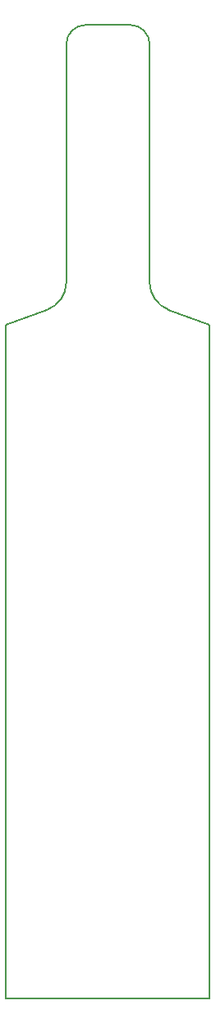
<source format=gm1>
G04 #@! TF.GenerationSoftware,KiCad,Pcbnew,7.0.7*
G04 #@! TF.CreationDate,2024-01-05T06:13:14+01:00*
G04 #@! TF.ProjectId,microscope,6d696372-6f73-4636-9f70-652e6b696361,rev?*
G04 #@! TF.SameCoordinates,Original*
G04 #@! TF.FileFunction,Profile,NP*
%FSLAX46Y46*%
G04 Gerber Fmt 4.6, Leading zero omitted, Abs format (unit mm)*
G04 Created by KiCad (PCBNEW 7.0.7) date 2024-01-05 06:13:14*
%MOMM*%
%LPD*%
G01*
G04 APERTURE LIST*
G04 #@! TA.AperFunction,Profile*
%ADD10C,0.200000*%
G04 #@! TD*
G04 APERTURE END LIST*
D10*
X135394100Y-63800000D02*
G75*
G03*
X133394038Y-61800000I-2000100J-100D01*
G01*
X141600000Y-161800000D02*
X141600000Y-92600000D01*
X128805962Y-61800062D02*
G75*
G03*
X126805962Y-63800000I-62J-1999938D01*
G01*
X135394038Y-88240592D02*
X135394038Y-63800000D01*
X133394038Y-61800000D02*
X128805962Y-61800000D01*
X126805962Y-88240592D02*
X126805962Y-63800000D01*
X141600000Y-92600000D02*
X137367977Y-91059670D01*
X135394021Y-88240592D02*
G75*
G03*
X137367977Y-91059669I2999979J-8D01*
G01*
X120600000Y-161800000D02*
X141600000Y-161800000D01*
X120600000Y-92600000D02*
X120600000Y-161800000D01*
X120600000Y-92600000D02*
X124832023Y-91059670D01*
X124832017Y-91059653D02*
G75*
G03*
X126805962Y-88240592I-1026017J2819053D01*
G01*
M02*

</source>
